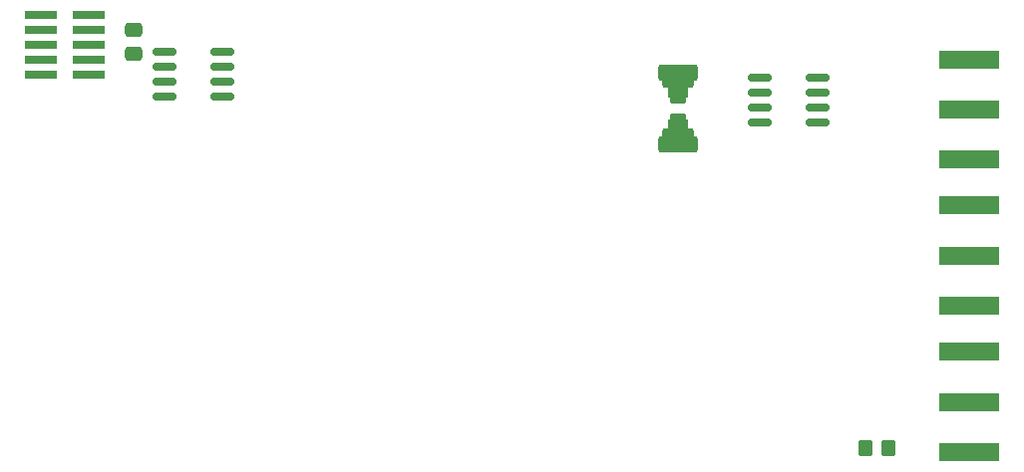
<source format=gbr>
%TF.GenerationSoftware,KiCad,Pcbnew,6.0.5*%
%TF.CreationDate,2022-07-05T02:57:13+02:00*%
%TF.ProjectId,glitcher,676c6974-6368-4657-922e-6b696361645f,4*%
%TF.SameCoordinates,Original*%
%TF.FileFunction,Paste,Top*%
%TF.FilePolarity,Positive*%
%FSLAX46Y46*%
G04 Gerber Fmt 4.6, Leading zero omitted, Abs format (unit mm)*
G04 Created by KiCad (PCBNEW 6.0.5) date 2022-07-05 02:57:13*
%MOMM*%
%LPD*%
G01*
G04 APERTURE LIST*
G04 Aperture macros list*
%AMRoundRect*
0 Rectangle with rounded corners*
0 $1 Rounding radius*
0 $2 $3 $4 $5 $6 $7 $8 $9 X,Y pos of 4 corners*
0 Add a 4 corners polygon primitive as box body*
4,1,4,$2,$3,$4,$5,$6,$7,$8,$9,$2,$3,0*
0 Add four circle primitives for the rounded corners*
1,1,$1+$1,$2,$3*
1,1,$1+$1,$4,$5*
1,1,$1+$1,$6,$7*
1,1,$1+$1,$8,$9*
0 Add four rect primitives between the rounded corners*
20,1,$1+$1,$2,$3,$4,$5,0*
20,1,$1+$1,$4,$5,$6,$7,0*
20,1,$1+$1,$6,$7,$8,$9,0*
20,1,$1+$1,$8,$9,$2,$3,0*%
G04 Aperture macros list end*
%ADD10RoundRect,0.250000X0.450000X-0.350000X0.450000X0.350000X-0.450000X0.350000X-0.450000X-0.350000X0*%
%ADD11R,5.080000X1.500000*%
%ADD12RoundRect,0.249999X1.075001X-0.450001X1.075001X0.450001X-1.075001X0.450001X-1.075001X-0.450001X0*%
%ADD13RoundRect,0.250000X0.350000X0.450000X-0.350000X0.450000X-0.350000X-0.450000X0.350000X-0.450000X0*%
%ADD14R,2.790000X0.740000*%
%ADD15RoundRect,0.249999X1.425001X-0.450001X1.425001X0.450001X-1.425001X0.450001X-1.425001X-0.450001X0*%
%ADD16RoundRect,0.250000X-0.475000X0.337500X-0.475000X-0.337500X0.475000X-0.337500X0.475000X0.337500X0*%
%ADD17RoundRect,0.250000X0.625000X-0.400000X0.625000X0.400000X-0.625000X0.400000X-0.625000X-0.400000X0*%
%ADD18RoundRect,0.150000X-0.825000X-0.150000X0.825000X-0.150000X0.825000X0.150000X-0.825000X0.150000X0*%
G04 APERTURE END LIST*
D10*
%TO.C,R300d1*%
X135128000Y-88179000D03*
X135128000Y-86179000D03*
%TD*%
D11*
%TO.C,J206*%
X159845000Y-87287000D03*
X159845000Y-91537000D03*
X159845000Y-83037000D03*
%TD*%
D12*
%TO.C,R300b1*%
X135128000Y-89579000D03*
X135128000Y-84779000D03*
%TD*%
D13*
%TO.C,R200*%
X153035000Y-116078000D03*
X151035000Y-116078000D03*
%TD*%
D14*
%TO.C,J102*%
X85094000Y-84326000D03*
X81024000Y-84326000D03*
X85094000Y-83056000D03*
X81024000Y-83056000D03*
X85094000Y-81786000D03*
X81024000Y-81786000D03*
X85094000Y-80516000D03*
X81024000Y-80516000D03*
X85094000Y-79246000D03*
X81024000Y-79246000D03*
%TD*%
D15*
%TO.C,R300*%
X135150000Y-90229000D03*
X135150000Y-84129000D03*
%TD*%
D16*
%TO.C,C401*%
X88900000Y-80475000D03*
X88900000Y-82550000D03*
%TD*%
D17*
%TO.C,R300c1*%
X135128000Y-88729000D03*
X135128000Y-85629000D03*
%TD*%
D18*
%TO.C,U401a*%
X91505000Y-82375819D03*
X91505000Y-83645819D03*
X91505000Y-84915819D03*
X91505000Y-86185819D03*
X96455000Y-86185819D03*
X96455000Y-84915819D03*
X96455000Y-83645819D03*
X96455000Y-82375819D03*
%TD*%
D11*
%TO.C,J204*%
X159888000Y-99695000D03*
X159888000Y-103945000D03*
X159888000Y-95445000D03*
%TD*%
D18*
%TO.C,Q300*%
X142051000Y-84582000D03*
X142051000Y-85852000D03*
X142051000Y-87122000D03*
X142051000Y-88392000D03*
X147001000Y-88392000D03*
X147001000Y-87122000D03*
X147001000Y-85852000D03*
X147001000Y-84582000D03*
%TD*%
D11*
%TO.C,J203*%
X159888000Y-112141000D03*
X159888000Y-116391000D03*
X159888000Y-107891000D03*
%TD*%
M02*

</source>
